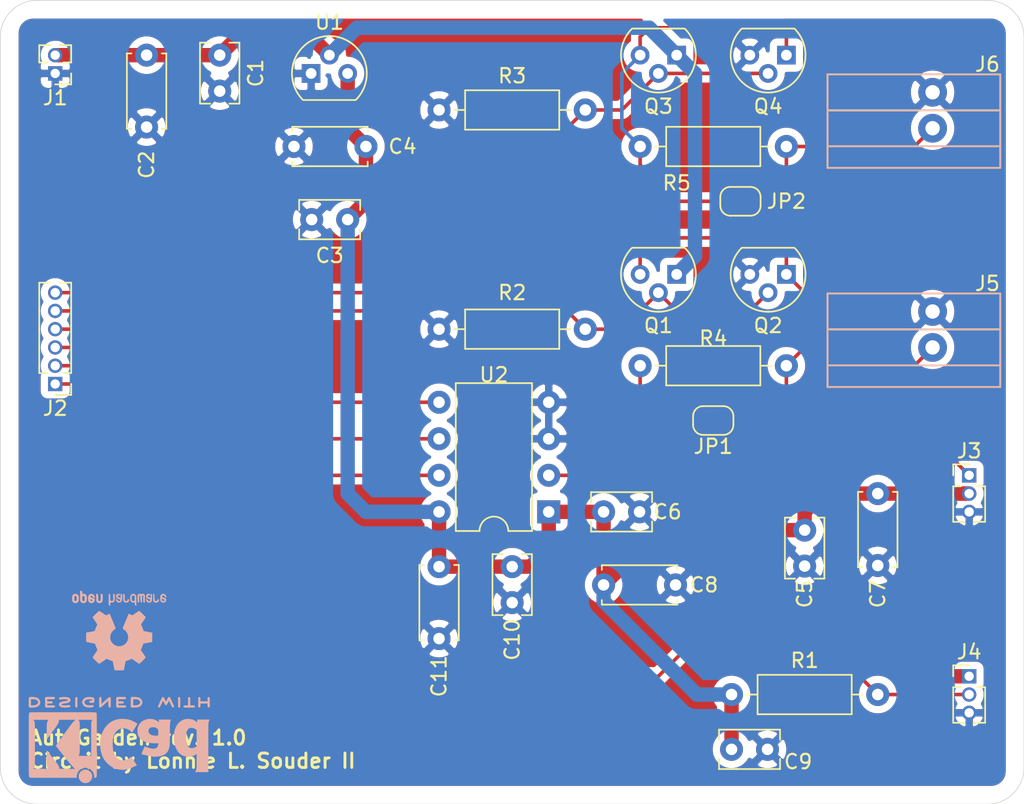
<source format=kicad_pcb>
(kicad_pcb (version 20171130) (host pcbnew "(5.1.4)-1")
  (layers (0 F.Cu signal) (31 B.Cu signal) (34 B.Paste user) (35 F.Paste user) (36 B.SilkS user) (37 F.SilkS user) (38 B.Mask user) (39 F.Mask user) (44 Edge.Cuts user))
  (net 0 "")
  (net 1 GND)
  (net 2 +5V)
  (net 3 +3V3)
  (net 4 ~P1)
  (net 5 ~P6)
  (net 6 "Net-(J3-Pad1)")
  (net 7 "Net-(J5-Pad1)")
  (net 8 "Net-(J6-Pad1)")
  (net 9 "Net-(JP1-Pad1)")
  (net 10 "Net-(JP2-Pad1)")
  (net 11 P2_CLK)
  (net 12 P3_data)
  (net 13 P4_~CS)
  (net 14 ~P5)
  (module Symbol:OSHW-Logo2_7.3x6mm_SilkScreen (layer B.Cu) (at 125.73 116.84)
    (fp_text reference REF** hide)
    (fp_text value OSHW-Logo2_7.3x6mm_SilkScreen hide)
  )
  (module Symbol:KiCad-Logo2_5mm_SilkScreen (layer B.Cu) (at 125.73 124.46)
    (fp_text reference REF** hide)
    (fp_text value KiCad-Logo2_5mm_SilkScreen hide)
  )
  (module "auto-garden:Phoenix Contact COMBICON PTSA" (layer F.Cu) (at 182.245 97.155 90)
    (fp_text reference J5 (at 4.445 3.81 180) (layer F.SilkS))
    (fp_text value Screw_Terminal_01x02)
    (pad 1 thru_hole circle (at 0 0 90) (size 2 2) (drill 1) (layers *.Cu *.Mask) (net 7 "Net-(J5-Pad1)"))
    (pad 2 thru_hole circle (at 2.5 0 90) (size 2 2) (drill 1) (layers *.Cu *.Mask) (net 1 GND))
  )
  (module "auto-garden:Phoenix Contact COMBICON PTSA" (layer F.Cu) (at 182.245 81.915 90)
    (fp_text reference J6 (at 4.445 3.81 180) (layer F.SilkS))
    (fp_text value Screw_Terminal_01x02)
    (pad 1 thru_hole circle (at 0 0 90) (size 2 2) (drill 1) (layers *.Cu *.Mask) (net 8 "Net-(J6-Pad1)"))
    (pad 2 thru_hole circle (at 2.5 0 90) (size 2 2) (drill 1) (layers *.Cu *.Mask) (net 1 GND))
  )
  (module Capacitor_THT:C_Rect_L4.0mm_W2.5mm_P2.50mm (layer F.Cu) (at 132.715 76.835 270)
    (fp_text reference C1 (at 1.25 -2.5 90) (layer F.SilkS))
    (fp_text value 0.1u)
    (pad 2 thru_hole circle (at 2.5 0 270) (size 1.6 1.6) (drill 0.8) (layers *.Cu *.Mask) (net 1 GND))
    (pad 1 thru_hole circle (at 0 0 270) (size 1.6 1.6) (drill 0.8) (layers *.Cu *.Mask) (net 2 +5V))
  )
  (module Capacitor_THT:C_Disc_D5.0mm_W2.5mm_P5.00mm (layer F.Cu) (at 127.635 76.835 270)
    (fp_text reference C2 (at 7.62 0 90) (layer F.SilkS))
    (fp_text value 0.001u)
    (pad 1 thru_hole circle (at 0 0 270) (size 1.6 1.6) (drill 0.8) (layers *.Cu *.Mask) (net 2 +5V))
    (pad 2 thru_hole circle (at 5 0 270) (size 1.6 1.6) (drill 0.8) (layers *.Cu *.Mask) (net 1 GND))
  )
  (module Capacitor_THT:C_Rect_L4.0mm_W2.5mm_P2.50mm (layer F.Cu) (at 141.605 88.265 180)
    (fp_text reference C3 (at 1.25 -2.5) (layer F.SilkS))
    (fp_text value 0.1u)
    (pad 1 thru_hole circle (at 0 0 180) (size 1.6 1.6) (drill 0.8) (layers *.Cu *.Mask) (net 3 +3V3))
    (pad 2 thru_hole circle (at 2.5 0 180) (size 1.6 1.6) (drill 0.8) (layers *.Cu *.Mask) (net 1 GND))
  )
  (module Capacitor_THT:C_Disc_D5.0mm_W2.5mm_P5.00mm (layer F.Cu) (at 142.875 83.185 180)
    (fp_text reference C4 (at -2.54 0) (layer F.SilkS))
    (fp_text value 0.001u)
    (pad 2 thru_hole circle (at 5 0 180) (size 1.6 1.6) (drill 0.8) (layers *.Cu *.Mask) (net 1 GND))
    (pad 1 thru_hole circle (at 0 0 180) (size 1.6 1.6) (drill 0.8) (layers *.Cu *.Mask) (net 3 +3V3))
  )
  (module Capacitor_THT:C_Rect_L4.0mm_W2.5mm_P2.50mm (layer F.Cu) (at 173.355 109.855 270)
    (fp_text reference C5 (at 4.445 0 90) (layer F.SilkS))
    (fp_text value 0.1u)
    (pad 2 thru_hole circle (at 2.5 0 270) (size 1.6 1.6) (drill 0.8) (layers *.Cu *.Mask) (net 1 GND))
    (pad 1 thru_hole circle (at 0 0 270) (size 1.6 1.6) (drill 0.8) (layers *.Cu *.Mask) (net 3 +3V3))
  )
  (module Capacitor_THT:C_Rect_L4.0mm_W2.5mm_P2.50mm (layer F.Cu) (at 159.385 108.585)
    (fp_text reference C6 (at 4.445 0) (layer F.SilkS))
    (fp_text value 0.1u)
    (pad 1 thru_hole circle (at 0 0) (size 1.6 1.6) (drill 0.8) (layers *.Cu *.Mask) (net 3 +3V3))
    (pad 2 thru_hole circle (at 2.5 0) (size 1.6 1.6) (drill 0.8) (layers *.Cu *.Mask) (net 1 GND))
  )
  (module Capacitor_THT:C_Disc_D5.0mm_W2.5mm_P5.00mm (layer F.Cu) (at 178.435 107.315 270)
    (fp_text reference C7 (at 6.985 0 90) (layer F.SilkS))
    (fp_text value 0.001u)
    (pad 2 thru_hole circle (at 5 0 270) (size 1.6 1.6) (drill 0.8) (layers *.Cu *.Mask) (net 1 GND))
    (pad 1 thru_hole circle (at 0 0 270) (size 1.6 1.6) (drill 0.8) (layers *.Cu *.Mask) (net 3 +3V3))
  )
  (module Capacitor_THT:C_Disc_D5.0mm_W2.5mm_P5.00mm (layer F.Cu) (at 159.385 113.665)
    (fp_text reference C8 (at 6.985 0) (layer F.SilkS))
    (fp_text value 0.001u)
    (pad 1 thru_hole circle (at 0 0) (size 1.6 1.6) (drill 0.8) (layers *.Cu *.Mask) (net 3 +3V3))
    (pad 2 thru_hole circle (at 5 0) (size 1.6 1.6) (drill 0.8) (layers *.Cu *.Mask) (net 1 GND))
  )
  (module Capacitor_THT:C_Rect_L4.0mm_W2.5mm_P2.50mm (layer F.Cu) (at 168.275 125.095)
    (fp_text reference C9 (at 4.63 0.86) (layer F.SilkS))
    (fp_text value 0.1u)
    (pad 2 thru_hole circle (at 2.5 0) (size 1.6 1.6) (drill 0.8) (layers *.Cu *.Mask) (net 1 GND))
    (pad 1 thru_hole circle (at 0 0) (size 1.6 1.6) (drill 0.8) (layers *.Cu *.Mask) (net 3 +3V3))
  )
  (module Capacitor_THT:C_Rect_L4.0mm_W2.5mm_P2.50mm (layer F.Cu) (at 153.035 112.395 270)
    (fp_text reference C10 (at 5.08 0 90) (layer F.SilkS))
    (fp_text value 0.1u)
    (pad 2 thru_hole circle (at 2.5 0 270) (size 1.6 1.6) (drill 0.8) (layers *.Cu *.Mask) (net 1 GND))
    (pad 1 thru_hole circle (at 0 0 270) (size 1.6 1.6) (drill 0.8) (layers *.Cu *.Mask) (net 3 +3V3))
  )
  (module Capacitor_THT:C_Disc_D5.0mm_W2.5mm_P5.00mm (layer F.Cu) (at 147.955 112.395 270)
    (fp_text reference C11 (at 7.62 0 90) (layer F.SilkS))
    (fp_text value 0.001u)
    (pad 1 thru_hole circle (at 0 0 270) (size 1.6 1.6) (drill 0.8) (layers *.Cu *.Mask) (net 3 +3V3))
    (pad 2 thru_hole circle (at 5 0 270) (size 1.6 1.6) (drill 0.8) (layers *.Cu *.Mask) (net 1 GND))
  )
  (module Connector_PinHeader_1.27mm:PinHeader_1x02_P1.27mm_Vertical (layer F.Cu) (at 121.285 78.105 180)
    (fp_text reference J1 (at 0 -1.695) (layer F.SilkS))
    (fp_text value Conn_01x02_Female)
    (pad 1 thru_hole rect (at 0 0 180) (size 1 1) (drill 0.65) (layers *.Cu *.Mask) (net 1 GND))
    (pad 2 thru_hole oval (at 0 1.27 180) (size 1 1) (drill 0.65) (layers *.Cu *.Mask) (net 2 +5V))
  )
  (module Connector_PinHeader_1.27mm:PinHeader_1x06_P1.27mm_Vertical (layer F.Cu) (at 121.285 99.695 180)
    (fp_text reference J2 (at 0 -1.695) (layer F.SilkS))
    (fp_text value Conn_01x06_Female)
    (pad 1 thru_hole rect (at 0 0 180) (size 1 1) (drill 0.65) (layers *.Cu *.Mask) (net 4 ~P1))
    (pad 2 thru_hole oval (at 0 1.27 180) (size 1 1) (drill 0.65) (layers *.Cu *.Mask) (net 11 P2_CLK))
    (pad 3 thru_hole oval (at 0 2.54 180) (size 1 1) (drill 0.65) (layers *.Cu *.Mask) (net 12 P3_data))
    (pad 4 thru_hole oval (at 0 3.81 180) (size 1 1) (drill 0.65) (layers *.Cu *.Mask) (net 13 P4_~CS))
    (pad 5 thru_hole oval (at 0 5.08 180) (size 1 1) (drill 0.65) (layers *.Cu *.Mask) (net 14 ~P5))
    (pad 6 thru_hole oval (at 0 6.35 180) (size 1 1) (drill 0.65) (layers *.Cu *.Mask) (net 5 ~P6))
  )
  (module Connector_PinHeader_1.27mm:PinHeader_1x03_P1.27mm_Vertical (layer F.Cu) (at 184.785 106.045)
    (fp_text reference J3 (at 0 -1.695) (layer F.SilkS))
    (fp_text value Conn_01x03_Female)
    (pad 1 thru_hole rect (at 0 0) (size 1 1) (drill 0.65) (layers *.Cu *.Mask) (net 6 "Net-(J3-Pad1)"))
    (pad 2 thru_hole oval (at 0 1.27) (size 1 1) (drill 0.65) (layers *.Cu *.Mask) (net 3 +3V3))
    (pad 3 thru_hole oval (at 0 2.54) (size 1 1) (drill 0.65) (layers *.Cu *.Mask) (net 1 GND))
  )
  (module Connector_PinHeader_1.27mm:PinHeader_1x03_P1.27mm_Vertical (layer F.Cu) (at 184.785 120.015)
    (fp_text reference J4 (at 0 -1.695) (layer F.SilkS))
    (fp_text value Conn_01x03_Male)
    (pad 3 thru_hole oval (at 0 2.54) (size 1 1) (drill 0.65) (layers *.Cu *.Mask) (net 1 GND))
    (pad 2 thru_hole oval (at 0 1.27) (size 1 1) (drill 0.65) (layers *.Cu *.Mask) (net 4 ~P1))
    (pad 1 thru_hole rect (at 0 0) (size 1 1) (drill 0.65) (layers *.Cu *.Mask) (net 3 +3V3))
  )
  (module Jumper:SolderJumper-2_P1.3mm_Open_RoundedPad1.0x1.5mm (layer F.Cu) (at 167.005 102.235 180)
    (fp_text reference JP1 (at 0 -1.8) (layer F.SilkS))
    (fp_text value Jumper_2_Open)
    (pad 2 smd custom (at 0.65 0 180) (size 1 0.5) (layers F.Cu F.Mask) (net 7 "Net-(J5-Pad1)") (options (clearance outline) (anchor rect)) (primitives (gr_circle (center 0 0.25) (end 0.5 0.25) (width 0)) (gr_circle (center 0 -0.25) (end 0.5 -0.25) (width 0)) (gr_poly (pts (xy 0 -0.75) (xy -0.5 -0.75) (xy -0.5 0.75) (xy 0 0.75)) (width 0))))
    (pad 1 smd custom (at -0.65 0 180) (size 1 0.5) (layers F.Cu F.Mask) (net 9 "Net-(JP1-Pad1)") (options (clearance outline) (anchor rect)) (primitives (gr_circle (center 0 0.25) (end 0.5 0.25) (width 0)) (gr_circle (center 0 -0.25) (end 0.5 -0.25) (width 0)) (gr_poly (pts (xy 0 -0.75) (xy 0.5 -0.75) (xy 0.5 0.75) (xy 0 0.75)) (width 0))))
  )
  (module Jumper:SolderJumper-2_P1.3mm_Open_RoundedPad1.0x1.5mm (layer F.Cu) (at 168.895 86.995)
    (fp_text reference JP2 (at 3.19 0) (layer F.SilkS))
    (fp_text value Jumper_2_Open)
    (pad 1 smd custom (at -0.65 0) (size 1 0.5) (layers F.Cu F.Mask) (net 10 "Net-(JP2-Pad1)") (options (clearance outline) (anchor rect)) (primitives (gr_circle (center 0 0.25) (end 0.5 0.25) (width 0)) (gr_circle (center 0 -0.25) (end 0.5 -0.25) (width 0)) (gr_poly (pts (xy 0 -0.75) (xy 0.5 -0.75) (xy 0.5 0.75) (xy 0 0.75)) (width 0))))
    (pad 2 smd custom (at 0.65 0) (size 1 0.5) (layers F.Cu F.Mask) (net 8 "Net-(J6-Pad1)") (options (clearance outline) (anchor rect)) (primitives (gr_circle (center 0 0.25) (end 0.5 0.25) (width 0)) (gr_circle (center 0 -0.25) (end 0.5 -0.25) (width 0)) (gr_poly (pts (xy 0 -0.75) (xy -0.5 -0.75) (xy -0.5 0.75) (xy 0 0.75)) (width 0))))
  )
  (module Package_TO_SOT_THT:TO-92 (layer F.Cu) (at 164.465 92.075 180)
    (fp_text reference Q1 (at 1.27 -3.56) (layer F.SilkS))
    (fp_text value Q_PMOS_DGS)
    (pad 2 thru_hole circle (at 1.27 -1.27 270) (size 1.3 1.3) (drill 0.75) (layers *.Cu *.Mask) (net 14 ~P5))
    (pad 3 thru_hole circle (at 2.54 0 270) (size 1.3 1.3) (drill 0.75) (layers *.Cu *.Mask) (net 9 "Net-(JP1-Pad1)"))
    (pad 1 thru_hole rect (at 0 0 270) (size 1.3 1.3) (drill 0.75) (layers *.Cu *.Mask) (net 2 +5V))
  )
  (module Package_TO_SOT_THT:TO-92 (layer F.Cu) (at 172.085 92.075 180)
    (fp_text reference Q2 (at 1.27 -3.56) (layer F.SilkS))
    (fp_text value Q_NMOS_DGS)
    (pad 2 thru_hole circle (at 1.27 -1.27 270) (size 1.3 1.3) (drill 0.75) (layers *.Cu *.Mask) (net 14 ~P5))
    (pad 3 thru_hole circle (at 2.54 0 270) (size 1.3 1.3) (drill 0.75) (layers *.Cu *.Mask) (net 1 GND))
    (pad 1 thru_hole rect (at 0 0 270) (size 1.3 1.3) (drill 0.75) (layers *.Cu *.Mask) (net 9 "Net-(JP1-Pad1)"))
  )
  (module Package_TO_SOT_THT:TO-92 (layer F.Cu) (at 164.465 76.835 180)
    (fp_text reference Q3 (at 1.27 -3.56) (layer F.SilkS))
    (fp_text value Q_PMOS_DGS)
    (pad 1 thru_hole rect (at 0 0 270) (size 1.3 1.3) (drill 0.75) (layers *.Cu *.Mask) (net 2 +5V))
    (pad 3 thru_hole circle (at 2.54 0 270) (size 1.3 1.3) (drill 0.75) (layers *.Cu *.Mask) (net 10 "Net-(JP2-Pad1)"))
    (pad 2 thru_hole circle (at 1.27 -1.27 270) (size 1.3 1.3) (drill 0.75) (layers *.Cu *.Mask) (net 5 ~P6))
  )
  (module Package_TO_SOT_THT:TO-92 (layer F.Cu) (at 172.085 76.835 180)
    (fp_text reference Q4 (at 1.27 -3.56) (layer F.SilkS))
    (fp_text value Q_NMOS_DGS)
    (pad 1 thru_hole rect (at 0 0 270) (size 1.3 1.3) (drill 0.75) (layers *.Cu *.Mask) (net 10 "Net-(JP2-Pad1)"))
    (pad 3 thru_hole circle (at 2.54 0 270) (size 1.3 1.3) (drill 0.75) (layers *.Cu *.Mask) (net 1 GND))
    (pad 2 thru_hole circle (at 1.27 -1.27 270) (size 1.3 1.3) (drill 0.75) (layers *.Cu *.Mask) (net 5 ~P6))
  )
  (module Resistor_THT:R_Axial_DIN0207_L6.3mm_D2.5mm_P10.16mm_Horizontal (layer F.Cu) (at 168.275 121.285)
    (fp_text reference R1 (at 5.08 -2.37) (layer F.SilkS))
    (fp_text value 5k)
    (pad 1 thru_hole circle (at 0 0) (size 1.6 1.6) (drill 0.8) (layers *.Cu *.Mask) (net 3 +3V3))
    (pad 2 thru_hole oval (at 10.16 0) (size 1.6 1.6) (drill 0.8) (layers *.Cu *.Mask) (net 4 ~P1))
  )
  (module Resistor_THT:R_Axial_DIN0207_L6.3mm_D2.5mm_P10.16mm_Horizontal (layer F.Cu) (at 147.955 95.885)
    (fp_text reference R2 (at 5.08 -2.54) (layer F.SilkS))
    (fp_text value 5k)
    (pad 2 thru_hole oval (at 10.16 0) (size 1.6 1.6) (drill 0.8) (layers *.Cu *.Mask) (net 14 ~P5))
    (pad 1 thru_hole circle (at 0 0) (size 1.6 1.6) (drill 0.8) (layers *.Cu *.Mask) (net 1 GND))
  )
  (module Resistor_THT:R_Axial_DIN0207_L6.3mm_D2.5mm_P10.16mm_Horizontal (layer F.Cu) (at 147.955 80.645)
    (fp_text reference R3 (at 5.08 -2.37) (layer F.SilkS))
    (fp_text value 5k)
    (pad 2 thru_hole oval (at 10.16 0) (size 1.6 1.6) (drill 0.8) (layers *.Cu *.Mask) (net 5 ~P6))
    (pad 1 thru_hole circle (at 0 0) (size 1.6 1.6) (drill 0.8) (layers *.Cu *.Mask) (net 1 GND))
  )
  (module Resistor_THT:R_Axial_DIN0207_L6.3mm_D2.5mm_P10.16mm_Horizontal (layer F.Cu) (at 161.925 98.425)
    (fp_text reference R4 (at 5.08 -1.905) (layer F.SilkS))
    (fp_text value 27)
    (pad 1 thru_hole circle (at 0 0) (size 1.6 1.6) (drill 0.8) (layers *.Cu *.Mask) (net 7 "Net-(J5-Pad1)"))
    (pad 2 thru_hole oval (at 10.16 0) (size 1.6 1.6) (drill 0.8) (layers *.Cu *.Mask) (net 9 "Net-(JP1-Pad1)"))
  )
  (module Resistor_THT:R_Axial_DIN0207_L6.3mm_D2.5mm_P10.16mm_Horizontal (layer F.Cu) (at 172.085 83.185 180)
    (fp_text reference R5 (at 7.62 -2.54) (layer F.SilkS))
    (fp_text value 10)
    (pad 1 thru_hole circle (at 0 0 180) (size 1.6 1.6) (drill 0.8) (layers *.Cu *.Mask) (net 8 "Net-(J6-Pad1)"))
    (pad 2 thru_hole oval (at 10.16 0 180) (size 1.6 1.6) (drill 0.8) (layers *.Cu *.Mask) (net 10 "Net-(JP2-Pad1)"))
  )
  (module Package_DIP:DIP-8_W7.62mm (layer F.Cu) (at 155.575 108.585 180)
    (fp_text reference U2 (at 3.81 9.525) (layer F.SilkS))
    (fp_text value MCP3001)
    (pad 1 thru_hole rect (at 0 0 180) (size 1.6 1.6) (drill 0.8) (layers *.Cu *.Mask) (net 3 +3V3))
    (pad 5 thru_hole oval (at 7.62 7.62 180) (size 1.6 1.6) (drill 0.8) (layers *.Cu *.Mask) (net 13 P4_~CS))
    (pad 2 thru_hole oval (at 0 2.54 180) (size 1.6 1.6) (drill 0.8) (layers *.Cu *.Mask) (net 6 "Net-(J3-Pad1)"))
    (pad 6 thru_hole oval (at 7.62 5.08 180) (size 1.6 1.6) (drill 0.8) (layers *.Cu *.Mask) (net 12 P3_data))
    (pad 3 thru_hole oval (at 0 5.08 180) (size 1.6 1.6) (drill 0.8) (layers *.Cu *.Mask) (net 1 GND))
    (pad 7 thru_hole oval (at 7.62 2.54 180) (size 1.6 1.6) (drill 0.8) (layers *.Cu *.Mask) (net 11 P2_CLK))
    (pad 4 thru_hole oval (at 0 7.62 180) (size 1.6 1.6) (drill 0.8) (layers *.Cu *.Mask) (net 1 GND))
    (pad 8 thru_hole oval (at 7.62 0 180) (size 1.6 1.6) (drill 0.8) (layers *.Cu *.Mask) (net 3 +3V3))
  )
  (module Package_TO_SOT_THT:TO-92 (layer F.Cu) (at 139.065 78.105)
    (fp_text reference U1 (at 1.27 -3.56) (layer F.SilkS))
    (fp_text value MCP1702-3302E_TO92-3)
    (pad 2 thru_hole circle (at 1.27 -1.27 90) (size 1.3 1.3) (drill 0.75) (layers *.Cu *.Mask) (net 2 +5V))
    (pad 3 thru_hole circle (at 2.54 0 90) (size 1.3 1.3) (drill 0.75) (layers *.Cu *.Mask) (net 3 +3V3))
    (pad 1 thru_hole rect (at 0 0 90) (size 1.3 1.3) (drill 0.75) (layers *.Cu *.Mask) (net 1 GND))
  )
  (gr_text "AutoGarden rev. 1.0\nCircuit by Lonnie L. Souder II" (at 119.38 125.095) (layer F.SilkS) (effects (font (size 1 1) (thickness 0.2)) (justify left)))
  (gr_line (start 188.595 126.365) (end 188.595 75.565) (layer Edge.Cuts) (width 0.05))
  (gr_line (start 120.015 128.905) (end 186.055 128.905) (layer Edge.Cuts) (width 0.05))
  (gr_line (start 117.475 75.565) (end 117.475 126.365) (layer Edge.Cuts) (width 0.05))
  (gr_line (start 186.055 73.025) (end 120.015 73.025) (layer Edge.Cuts) (width 0.05))
  (gr_arc (start 120.015 126.365) (end 117.475 126.365) (angle -90) (layer Edge.Cuts) (width 0.05))
  (gr_arc (start 186.055 126.365) (end 186.055 128.905) (angle -90) (layer Edge.Cuts) (width 0.05))
  (gr_arc (start 186.055 75.565) (end 188.595 75.565) (angle -90) (layer Edge.Cuts) (width 0.05))
  (gr_arc (start 120.015 75.565) (end 120.015 73.025) (angle -90) (layer Edge.Cuts) (width 0.05))
  (segment (start 121.285 76.835) (end 127.635 76.835) (width 1) (layer F.Cu) (net 2))
  (segment (start 127.635 76.835) (end 132.715 76.835) (width 1) (layer F.Cu) (net 2))
  (segment (start 162.56 74.93) (end 164.465 76.835) (width 1) (layer B.Cu) (net 2))
  (segment (start 140.335 76.835) (end 142.24 74.93) (width 1) (layer B.Cu) (net 2))
  (segment (start 142.24 74.93) (end 162.56 74.93) (width 1) (layer B.Cu) (net 2))
  (segment (start 165.735 90.805) (end 164.465 92.075) (width 1) (layer B.Cu) (net 2))
  (segment (start 164.465 76.835) (end 165.735 78.105) (width 1) (layer B.Cu) (net 2))
  (segment (start 165.735 78.105) (end 165.735 90.805) (width 1) (layer B.Cu) (net 2))
  (segment (start 132.715 76.835) (end 133.985 75.565) (width 1) (layer F.Cu) (net 2))
  (segment (start 133.985 75.565) (end 139.065 75.565) (width 1) (layer F.Cu) (net 2))
  (segment (start 139.065 75.565) (end 140.335 76.835) (width 1) (layer F.Cu) (net 2))
  (segment (start 184.785 107.315) (end 182.245 107.315) (width 1) (layer F.Cu) (net 3))
  (segment (start 183.515 120.015) (end 184.785 120.015) (width 1) (layer F.Cu) (net 3))
  (segment (start 182.245 118.745) (end 183.515 120.015) (width 1) (layer F.Cu) (net 3))
  (segment (start 173.355 109.855) (end 173.355 108.585) (width 1) (layer F.Cu) (net 3))
  (segment (start 173.355 108.585) (end 174.625 107.315) (width 1) (layer F.Cu) (net 3))
  (segment (start 174.625 107.315) (end 178.435 107.315) (width 1) (layer F.Cu) (net 3))
  (segment (start 153.035 112.395) (end 154.305 112.395) (width 1) (layer F.Cu) (net 3))
  (segment (start 155.575 111.125) (end 155.575 108.585) (width 1) (layer F.Cu) (net 3))
  (segment (start 154.305 112.395) (end 155.575 111.125) (width 1) (layer F.Cu) (net 3))
  (segment (start 155.575 108.585) (end 159.385 108.585) (width 1) (layer F.Cu) (net 3))
  (segment (start 159.385 113.665) (end 159.385 108.585) (width 1) (layer F.Cu) (net 3))
  (segment (start 147.955 112.395) (end 153.035 112.395) (width 1) (layer F.Cu) (net 3))
  (segment (start 147.955 112.395) (end 147.955 108.585) (width 1) (layer F.Cu) (net 3))
  (segment (start 168.275 125.095) (end 168.275 121.285) (width 1) (layer F.Cu) (net 3))
  (segment (start 182.245 107.569) (end 181.991 107.315) (width 1) (layer F.Cu) (net 3))
  (segment (start 182.245 107.315) (end 182.245 107.569) (width 1) (layer F.Cu) (net 3))
  (segment (start 182.245 107.569) (end 182.499 107.315) (width 1) (layer F.Cu) (net 3))
  (segment (start 182.499 107.315) (end 181.991 107.315) (width 1) (layer F.Cu) (net 3))
  (segment (start 141.605 81.915) (end 142.875 83.185) (width 1) (layer F.Cu) (net 3))
  (segment (start 141.605 78.105) (end 141.605 81.915) (width 1) (layer F.Cu) (net 3))
  (segment (start 142.875 86.995) (end 141.605 88.265) (width 1) (layer F.Cu) (net 3))
  (segment (start 142.875 83.185) (end 142.875 86.995) (width 1) (layer F.Cu) (net 3))
  (segment (start 167.14363 121.285) (end 168.275 121.285) (width 1) (layer B.Cu) (net 3))
  (segment (start 165.87363 121.285) (end 167.14363 121.285) (width 1) (layer B.Cu) (net 3))
  (segment (start 159.385 114.79637) (end 165.87363 121.285) (width 1) (layer B.Cu) (net 3))
  (segment (start 159.385 113.665) (end 159.385 114.79637) (width 1) (layer B.Cu) (net 3))
  (segment (start 173.355 109.855) (end 167.005 109.855) (width 1) (layer F.Cu) (net 3))
  (segment (start 167.005 109.855) (end 165.735 111.125) (width 1) (layer F.Cu) (net 3))
  (segment (start 165.735 111.125) (end 161.925 111.125) (width 1) (layer F.Cu) (net 3))
  (segment (start 161.925 111.125) (end 159.385 113.665) (width 1) (layer F.Cu) (net 3))
  (segment (start 142.875 108.585) (end 147.955 108.585) (width 1) (layer B.Cu) (net 3))
  (segment (start 141.605 88.265) (end 141.605 107.315) (width 1) (layer B.Cu) (net 3))
  (segment (start 141.605 107.315) (end 142.875 108.585) (width 1) (layer B.Cu) (net 3))
  (segment (start 182.245 107.95) (end 182.88 107.315) (width 1) (layer F.Cu) (net 3))
  (segment (start 182.88 107.315) (end 182.499 107.315) (width 1) (layer F.Cu) (net 3))
  (segment (start 184.785 107.315) (end 182.88 107.315) (width 1) (layer F.Cu) (net 3))
  (segment (start 182.245 108.585) (end 182.245 118.745) (width 1) (layer F.Cu) (net 3))
  (segment (start 182.245 107.569) (end 182.245 108.585) (width 1) (layer F.Cu) (net 3))
  (segment (start 182.245 107.95) (end 181.61 107.315) (width 1) (layer F.Cu) (net 3))
  (segment (start 182.245 108.585) (end 182.245 107.95) (width 1) (layer F.Cu) (net 3))
  (segment (start 181.991 107.315) (end 181.61 107.315) (width 1) (layer F.Cu) (net 3))
  (segment (start 181.61 107.315) (end 178.435 107.315) (width 1) (layer F.Cu) (net 3))
  (segment (start 184.785 121.285) (end 178.435 121.285) (width 0.25) (layer F.Cu) (net 4))
  (segment (start 125.095 99.695) (end 121.285 99.695) (width 0.25) (layer F.Cu) (net 4))
  (segment (start 145.415 120.015) (end 125.095 99.695) (width 0.25) (layer F.Cu) (net 4))
  (segment (start 163.195 120.015) (end 145.415 120.015) (width 0.25) (layer F.Cu) (net 4))
  (segment (start 165.735 117.475) (end 163.195 120.015) (width 0.25) (layer F.Cu) (net 4))
  (segment (start 178.435 121.285) (end 174.625 117.475) (width 0.25) (layer F.Cu) (net 4))
  (segment (start 174.625 117.475) (end 165.735 117.475) (width 0.25) (layer F.Cu) (net 4))
  (segment (start 121.285 93.345) (end 142.875 93.345) (width 0.25) (layer F.Cu) (net 5))
  (segment (start 142.875 93.345) (end 151.765 84.455) (width 0.25) (layer F.Cu) (net 5))
  (segment (start 154.305 84.455) (end 158.115 80.645) (width 0.25) (layer F.Cu) (net 5))
  (segment (start 151.765 84.455) (end 154.305 84.455) (width 0.25) (layer F.Cu) (net 5))
  (segment (start 160.655 80.645) (end 163.195 78.105) (width 0.25) (layer F.Cu) (net 5))
  (segment (start 158.115 80.645) (end 160.655 80.645) (width 0.25) (layer F.Cu) (net 5))
  (segment (start 163.195 78.105) (end 170.815 78.105) (width 0.25) (layer F.Cu) (net 5))
  (segment (start 158.115 106.045) (end 155.575 106.045) (width 0.25) (layer F.Cu) (net 6))
  (segment (start 159.385 104.775) (end 158.115 106.045) (width 0.25) (layer F.Cu) (net 6))
  (segment (start 184.785 106.045) (end 183.515 104.775) (width 0.25) (layer F.Cu) (net 6))
  (segment (start 183.515 104.775) (end 159.385 104.775) (width 0.25) (layer F.Cu) (net 6))
  (segment (start 161.925 98.425) (end 161.925 100.965) (width 0.25) (layer F.Cu) (net 7))
  (segment (start 161.925 100.965) (end 163.195 102.235) (width 0.25) (layer F.Cu) (net 7))
  (segment (start 163.195 102.235) (end 166.355 102.235) (width 0.25) (layer F.Cu) (net 7))
  (segment (start 166.355 103.082592) (end 166.777408 103.505) (width 0.25) (layer F.Cu) (net 7))
  (segment (start 166.355 102.235) (end 166.355 103.082592) (width 0.25) (layer F.Cu) (net 7))
  (segment (start 166.777408 103.505) (end 175.895 103.505) (width 0.25) (layer F.Cu) (net 7))
  (segment (start 175.895 103.505) (end 182.245 97.155) (width 0.25) (layer F.Cu) (net 7))
  (segment (start 169.545 86.995) (end 170.815 86.995) (width 0.25) (layer F.Cu) (net 8))
  (segment (start 170.815 86.995) (end 172.085 85.725) (width 0.25) (layer F.Cu) (net 8))
  (segment (start 172.085 85.725) (end 172.085 83.185) (width 0.25) (layer F.Cu) (net 8))
  (segment (start 180.975 83.185) (end 182.245 81.915) (width 0.25) (layer F.Cu) (net 8))
  (segment (start 172.085 83.185) (end 180.975 83.185) (width 0.25) (layer F.Cu) (net 8))
  (segment (start 167.655 102.235) (end 170.815 102.235) (width 0.25) (layer F.Cu) (net 9))
  (segment (start 170.815 102.235) (end 172.085 100.965) (width 0.25) (layer F.Cu) (net 9))
  (segment (start 172.085 100.965) (end 172.085 98.425) (width 0.25) (layer F.Cu) (net 9))
  (segment (start 172.085 92.075) (end 173.355 93.345) (width 0.25) (layer F.Cu) (net 9))
  (segment (start 173.355 93.345) (end 173.355 97.155) (width 0.25) (layer F.Cu) (net 9))
  (segment (start 173.355 97.155) (end 172.085 98.425) (width 0.25) (layer F.Cu) (net 9))
  (segment (start 161.925 92.075) (end 161.925 90.805) (width 0.25) (layer F.Cu) (net 9))
  (segment (start 161.925 90.805) (end 163.195 89.535) (width 0.25) (layer F.Cu) (net 9))
  (segment (start 163.195 89.535) (end 170.815 89.535) (width 0.25) (layer F.Cu) (net 9))
  (segment (start 172.085 90.805) (end 172.085 92.075) (width 0.25) (layer F.Cu) (net 9))
  (segment (start 170.815 89.535) (end 172.085 90.805) (width 0.25) (layer F.Cu) (net 9))
  (segment (start 161.925 84.455) (end 161.925 83.185) (width 0.25) (layer F.Cu) (net 10))
  (segment (start 168.245 86.995) (end 164.465 86.995) (width 0.25) (layer F.Cu) (net 10))
  (segment (start 164.465 86.995) (end 161.925 84.455) (width 0.25) (layer F.Cu) (net 10))
  (segment (start 161.925 75.565) (end 161.925 76.835) (width 0.25) (layer F.Cu) (net 10))
  (segment (start 162.56 74.93) (end 161.925 75.565) (width 0.25) (layer F.Cu) (net 10))
  (segment (start 171.45 74.93) (end 162.56 74.93) (width 0.25) (layer F.Cu) (net 10))
  (segment (start 172.085 76.835) (end 172.085 75.565) (width 0.25) (layer F.Cu) (net 10))
  (segment (start 172.085 75.565) (end 171.45 74.93) (width 0.25) (layer F.Cu) (net 10))
  (segment (start 161.925 76.835) (end 160.655 78.105) (width 0.25) (layer B.Cu) (net 10))
  (segment (start 160.655 78.105) (end 160.655 81.915) (width 0.25) (layer B.Cu) (net 10))
  (segment (start 160.655 81.915) (end 161.925 83.185) (width 0.25) (layer B.Cu) (net 10))
  (segment (start 147.955 106.045) (end 133.985 106.045) (width 0.25) (layer F.Cu) (net 11))
  (segment (start 126.365 98.425) (end 121.285 98.425) (width 0.25) (layer F.Cu) (net 11))
  (segment (start 133.985 106.045) (end 126.365 98.425) (width 0.25) (layer F.Cu) (net 11))
  (segment (start 135.255 103.505) (end 147.955 103.505) (width 0.25) (layer F.Cu) (net 12))
  (segment (start 121.285 97.155) (end 128.905 97.155) (width 0.25) (layer F.Cu) (net 12))
  (segment (start 128.905 97.155) (end 135.255 103.505) (width 0.25) (layer F.Cu) (net 12))
  (segment (start 147.955 100.965) (end 136.525 100.965) (width 0.25) (layer F.Cu) (net 13))
  (segment (start 131.445 95.885) (end 121.285 95.885) (width 0.25) (layer F.Cu) (net 13))
  (segment (start 136.525 100.965) (end 131.445 95.885) (width 0.25) (layer F.Cu) (net 13))
  (segment (start 121.285 94.615) (end 144.145 94.615) (width 0.25) (layer F.Cu) (net 14))
  (segment (start 144.145 94.615) (end 145.415 93.345) (width 0.25) (layer F.Cu) (net 14))
  (segment (start 155.575 93.345) (end 158.115 95.885) (width 0.25) (layer F.Cu) (net 14))
  (segment (start 145.415 93.345) (end 155.575 93.345) (width 0.25) (layer F.Cu) (net 14))
  (segment (start 160.655 95.885) (end 163.195 93.345) (width 0.25) (layer F.Cu) (net 14))
  (segment (start 158.115 95.885) (end 160.655 95.885) (width 0.25) (layer F.Cu) (net 14))
  (segment (start 163.195 93.345) (end 164.465 94.615) (width 0.25) (layer F.Cu) (net 14))
  (segment (start 169.545 94.615) (end 170.815 93.345) (width 0.25) (layer F.Cu) (net 14))
  (segment (start 164.465 94.615) (end 169.545 94.615) (width 0.25) (layer F.Cu) (net 14))
  (zone (net 1) (net_name GND) (layer F.Cu) (connect_pads (clearance 0.508)) (min_thickness 0.254) (fill yes (arc_segments 32) (thermal_gap 0.508) (thermal_bridge_width 0.508) (smoothing fillet) (radius 1))
    (polygon (pts (xy 118.745 74.295) (xy 118.745 127.635) (xy 187.325 127.635) (xy 187.325 74.295)))
  )
  (zone (net 1) (net_name GND) (layer B.Cu) (connect_pads (clearance 0.508)) (min_thickness 0.254) (fill yes (arc_segments 32) (thermal_gap 0.508) (thermal_bridge_width 0.508) (smoothing fillet) (radius 1))
    (polygon (pts (xy 118.745 74.295) (xy 118.745 127.635) (xy 187.325 127.635) (xy 187.325 74.295)))
  )
)
</source>
